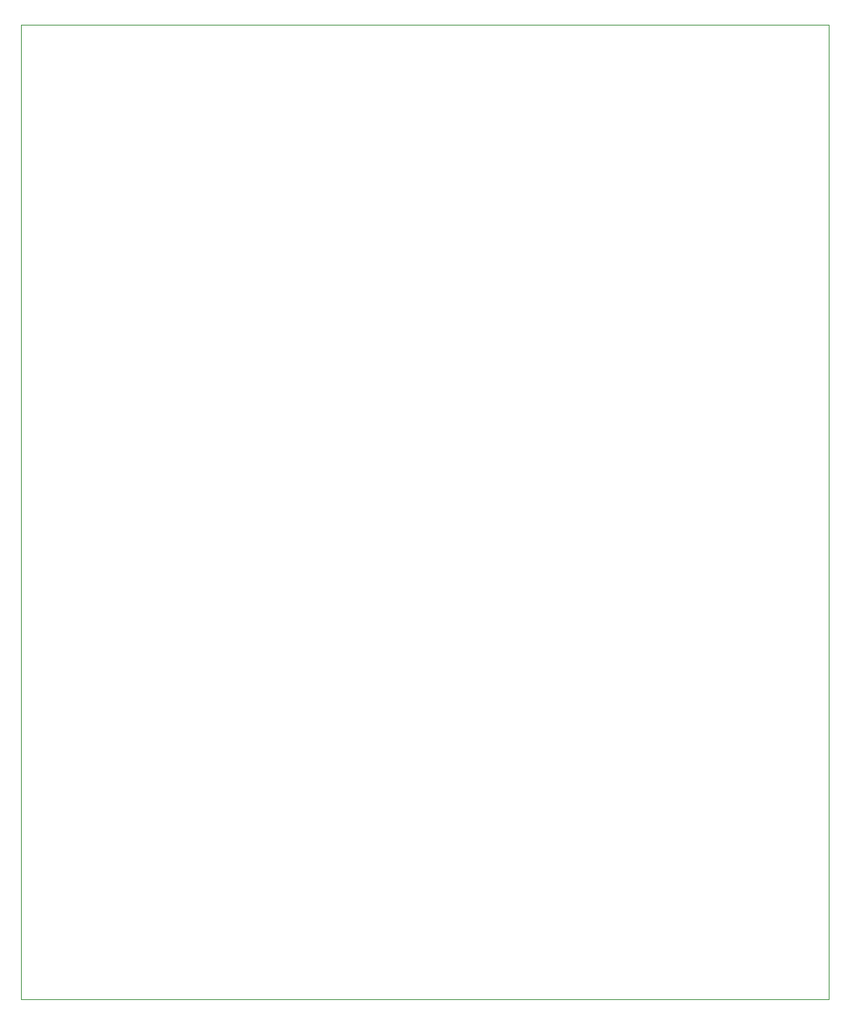
<source format=gbr>
%TF.GenerationSoftware,KiCad,Pcbnew,(6.0.8)*%
%TF.CreationDate,2022-10-20T13:08:20+01:00*%
%TF.ProjectId,Punck_Controls,50756e63-6b5f-4436-9f6e-74726f6c732e,rev?*%
%TF.SameCoordinates,Original*%
%TF.FileFunction,Profile,NP*%
%FSLAX46Y46*%
G04 Gerber Fmt 4.6, Leading zero omitted, Abs format (unit mm)*
G04 Created by KiCad (PCBNEW (6.0.8)) date 2022-10-20 13:08:20*
%MOMM*%
%LPD*%
G01*
G04 APERTURE LIST*
%TA.AperFunction,Profile*%
%ADD10C,0.100000*%
%TD*%
G04 APERTURE END LIST*
D10*
X70000000Y-50000000D02*
X161200000Y-50000000D01*
X161200000Y-50000000D02*
X161200000Y-160000000D01*
X161200000Y-160000000D02*
X70000000Y-160000000D01*
X70000000Y-160000000D02*
X70000000Y-50000000D01*
M02*

</source>
